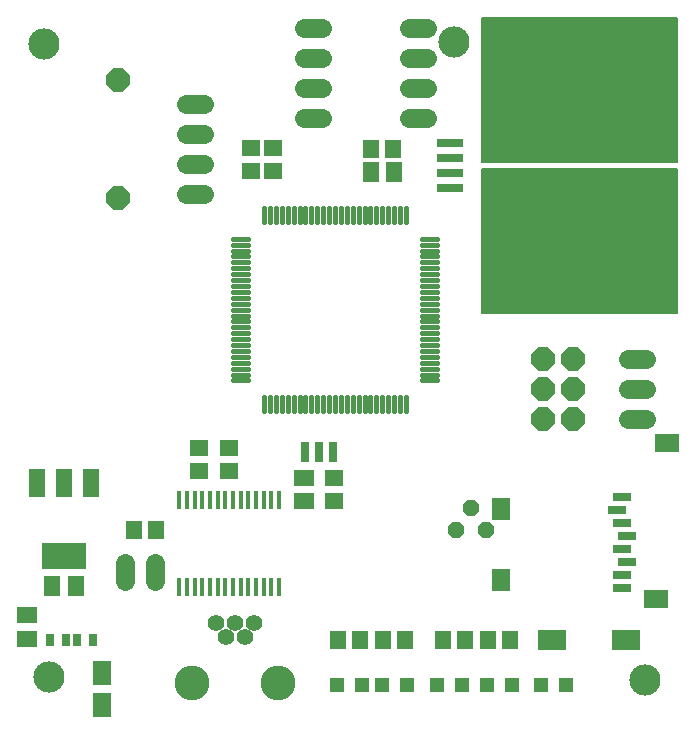
<source format=gts>
G75*
%MOIN*%
%OFA0B0*%
%FSLAX24Y24*%
%IPPOS*%
%LPD*%
%AMOC8*
5,1,8,0,0,1.08239X$1,22.5*
%
%ADD10C,0.0050*%
%ADD11C,0.1040*%
%ADD12R,0.0670X0.0552*%
%ADD13R,0.0552X0.0631*%
%ADD14R,0.0552X0.0670*%
%ADD15C,0.0158*%
%ADD16R,0.0512X0.0512*%
%ADD17OC8,0.0800*%
%ADD18OC8,0.0780*%
%ADD19R,0.0177X0.0590*%
%ADD20R,0.0631X0.0552*%
%ADD21R,0.0520X0.0920*%
%ADD22R,0.1457X0.0906*%
%ADD23OC8,0.0560*%
%ADD24C,0.0640*%
%ADD25R,0.0316X0.0709*%
%ADD26C,0.3583*%
%ADD27R,0.0946X0.0670*%
%ADD28R,0.0910X0.0280*%
%ADD29R,0.0316X0.0394*%
%ADD30C,0.0555*%
%ADD31C,0.1162*%
%ADD32R,0.0788X0.0591*%
%ADD33R,0.0591X0.0749*%
%ADD34R,0.0631X0.0316*%
%ADD35R,0.0631X0.0808*%
D10*
X021275Y019386D02*
X021275Y024189D01*
X027749Y024189D01*
X027749Y019386D01*
X021275Y019386D01*
X021275Y019420D02*
X027749Y019420D01*
X027749Y019468D02*
X021275Y019468D01*
X021275Y019517D02*
X027749Y019517D01*
X027749Y019565D02*
X021275Y019565D01*
X021275Y019614D02*
X027749Y019614D01*
X027749Y019662D02*
X021275Y019662D01*
X021275Y019711D02*
X027749Y019711D01*
X027749Y019759D02*
X021275Y019759D01*
X021275Y019808D02*
X027749Y019808D01*
X027749Y019856D02*
X021275Y019856D01*
X021275Y019905D02*
X027749Y019905D01*
X027749Y019953D02*
X021275Y019953D01*
X021275Y020002D02*
X027749Y020002D01*
X027749Y020050D02*
X021275Y020050D01*
X021275Y020099D02*
X027749Y020099D01*
X027749Y020147D02*
X021275Y020147D01*
X021275Y020196D02*
X027749Y020196D01*
X027749Y020244D02*
X021275Y020244D01*
X021275Y020293D02*
X027749Y020293D01*
X027749Y020341D02*
X021275Y020341D01*
X021275Y020390D02*
X027749Y020390D01*
X027749Y020438D02*
X021275Y020438D01*
X021275Y020487D02*
X027749Y020487D01*
X027749Y020535D02*
X021275Y020535D01*
X021275Y020584D02*
X027749Y020584D01*
X027749Y020632D02*
X021275Y020632D01*
X021275Y020681D02*
X027749Y020681D01*
X027749Y020729D02*
X021275Y020729D01*
X021275Y020778D02*
X027749Y020778D01*
X027749Y020826D02*
X021275Y020826D01*
X021275Y020875D02*
X027749Y020875D01*
X027749Y020923D02*
X021275Y020923D01*
X021275Y020972D02*
X027749Y020972D01*
X027749Y021020D02*
X021275Y021020D01*
X021275Y021069D02*
X027749Y021069D01*
X027749Y021117D02*
X021275Y021117D01*
X021275Y021166D02*
X027749Y021166D01*
X027749Y021214D02*
X021275Y021214D01*
X021275Y021263D02*
X027749Y021263D01*
X027749Y021311D02*
X021275Y021311D01*
X021275Y021360D02*
X027749Y021360D01*
X027749Y021408D02*
X021275Y021408D01*
X021275Y021457D02*
X027749Y021457D01*
X027749Y021505D02*
X021275Y021505D01*
X021275Y021554D02*
X027749Y021554D01*
X027749Y021602D02*
X021275Y021602D01*
X021275Y021651D02*
X027749Y021651D01*
X027749Y021699D02*
X021275Y021699D01*
X021275Y021748D02*
X027749Y021748D01*
X027749Y021796D02*
X021275Y021796D01*
X021275Y021845D02*
X027749Y021845D01*
X027749Y021893D02*
X021275Y021893D01*
X021275Y021942D02*
X027749Y021942D01*
X027749Y021990D02*
X021275Y021990D01*
X021275Y022039D02*
X027749Y022039D01*
X027749Y022087D02*
X021275Y022087D01*
X021275Y022136D02*
X027749Y022136D01*
X027749Y022184D02*
X021275Y022184D01*
X021275Y022233D02*
X027749Y022233D01*
X027749Y022281D02*
X021275Y022281D01*
X021275Y022330D02*
X027749Y022330D01*
X027749Y022378D02*
X021275Y022378D01*
X021275Y022427D02*
X027749Y022427D01*
X027749Y022475D02*
X021275Y022475D01*
X021275Y022524D02*
X027749Y022524D01*
X027749Y022572D02*
X021275Y022572D01*
X021275Y022621D02*
X027749Y022621D01*
X027749Y022669D02*
X021275Y022669D01*
X021275Y022718D02*
X027749Y022718D01*
X027749Y022766D02*
X021275Y022766D01*
X021275Y022815D02*
X027749Y022815D01*
X027749Y022863D02*
X021275Y022863D01*
X021275Y022912D02*
X027749Y022912D01*
X027749Y022960D02*
X021275Y022960D01*
X021275Y023009D02*
X027749Y023009D01*
X027749Y023057D02*
X021275Y023057D01*
X021275Y023106D02*
X027749Y023106D01*
X027749Y023154D02*
X021275Y023154D01*
X021275Y023203D02*
X027749Y023203D01*
X027749Y023251D02*
X021275Y023251D01*
X021275Y023300D02*
X027749Y023300D01*
X027749Y023348D02*
X021275Y023348D01*
X021275Y023397D02*
X027749Y023397D01*
X027749Y023445D02*
X021275Y023445D01*
X021275Y023494D02*
X027749Y023494D01*
X027749Y023542D02*
X021275Y023542D01*
X021275Y023591D02*
X027749Y023591D01*
X027749Y023639D02*
X021275Y023639D01*
X021275Y023688D02*
X027749Y023688D01*
X027749Y023736D02*
X021275Y023736D01*
X021275Y023785D02*
X027749Y023785D01*
X027749Y023833D02*
X021275Y023833D01*
X021275Y023882D02*
X027749Y023882D01*
X027749Y023930D02*
X021275Y023930D01*
X021275Y023979D02*
X027749Y023979D01*
X027749Y024027D02*
X021275Y024027D01*
X021275Y024076D02*
X027749Y024076D01*
X027749Y024124D02*
X021275Y024124D01*
X021275Y024173D02*
X027749Y024173D01*
X027749Y024425D02*
X021275Y024425D01*
X021275Y029228D01*
X027749Y029228D01*
X027749Y024425D01*
X027749Y024464D02*
X021275Y024464D01*
X021275Y024512D02*
X027749Y024512D01*
X027749Y024561D02*
X021275Y024561D01*
X021275Y024609D02*
X027749Y024609D01*
X027749Y024658D02*
X021275Y024658D01*
X021275Y024706D02*
X027749Y024706D01*
X027749Y024755D02*
X021275Y024755D01*
X021275Y024803D02*
X027749Y024803D01*
X027749Y024852D02*
X021275Y024852D01*
X021275Y024900D02*
X027749Y024900D01*
X027749Y024949D02*
X021275Y024949D01*
X021275Y024997D02*
X027749Y024997D01*
X027749Y025046D02*
X021275Y025046D01*
X021275Y025094D02*
X027749Y025094D01*
X027749Y025143D02*
X021275Y025143D01*
X021275Y025191D02*
X027749Y025191D01*
X027749Y025240D02*
X021275Y025240D01*
X021275Y025288D02*
X027749Y025288D01*
X027749Y025337D02*
X021275Y025337D01*
X021275Y025385D02*
X027749Y025385D01*
X027749Y025434D02*
X021275Y025434D01*
X021275Y025482D02*
X027749Y025482D01*
X027749Y025531D02*
X021275Y025531D01*
X021275Y025579D02*
X027749Y025579D01*
X027749Y025628D02*
X021275Y025628D01*
X021275Y025676D02*
X027749Y025676D01*
X027749Y025725D02*
X021275Y025725D01*
X021275Y025773D02*
X027749Y025773D01*
X027749Y025822D02*
X021275Y025822D01*
X021275Y025870D02*
X027749Y025870D01*
X027749Y025919D02*
X021275Y025919D01*
X021275Y025967D02*
X027749Y025967D01*
X027749Y026016D02*
X021275Y026016D01*
X021275Y026064D02*
X027749Y026064D01*
X027749Y026113D02*
X021275Y026113D01*
X021275Y026161D02*
X027749Y026161D01*
X027749Y026210D02*
X021275Y026210D01*
X021275Y026258D02*
X027749Y026258D01*
X027749Y026307D02*
X021275Y026307D01*
X021275Y026355D02*
X027749Y026355D01*
X027749Y026404D02*
X021275Y026404D01*
X021275Y026452D02*
X027749Y026452D01*
X027749Y026501D02*
X021275Y026501D01*
X021275Y026549D02*
X027749Y026549D01*
X027749Y026598D02*
X021275Y026598D01*
X021275Y026646D02*
X027749Y026646D01*
X027749Y026695D02*
X021275Y026695D01*
X021275Y026743D02*
X027749Y026743D01*
X027749Y026792D02*
X021275Y026792D01*
X021275Y026840D02*
X027749Y026840D01*
X027749Y026889D02*
X021275Y026889D01*
X021275Y026937D02*
X027749Y026937D01*
X027749Y026986D02*
X021275Y026986D01*
X021275Y027034D02*
X027749Y027034D01*
X027749Y027083D02*
X021275Y027083D01*
X021275Y027131D02*
X027749Y027131D01*
X027749Y027180D02*
X021275Y027180D01*
X021275Y027228D02*
X027749Y027228D01*
X027749Y027277D02*
X021275Y027277D01*
X021275Y027325D02*
X027749Y027325D01*
X027749Y027374D02*
X021275Y027374D01*
X021275Y027422D02*
X027749Y027422D01*
X027749Y027471D02*
X021275Y027471D01*
X021275Y027519D02*
X027749Y027519D01*
X027749Y027568D02*
X021275Y027568D01*
X021275Y027616D02*
X027749Y027616D01*
X027749Y027665D02*
X021275Y027665D01*
X021275Y027713D02*
X027749Y027713D01*
X027749Y027762D02*
X021275Y027762D01*
X021275Y027810D02*
X027749Y027810D01*
X027749Y027859D02*
X021275Y027859D01*
X021275Y027907D02*
X027749Y027907D01*
X027749Y027956D02*
X021275Y027956D01*
X021275Y028004D02*
X027749Y028004D01*
X027749Y028053D02*
X021275Y028053D01*
X021275Y028101D02*
X027749Y028101D01*
X027749Y028150D02*
X021275Y028150D01*
X021275Y028198D02*
X027749Y028198D01*
X027749Y028247D02*
X021275Y028247D01*
X021275Y028295D02*
X027749Y028295D01*
X027749Y028344D02*
X021275Y028344D01*
X021275Y028392D02*
X027749Y028392D01*
X027749Y028441D02*
X021275Y028441D01*
X021275Y028489D02*
X027749Y028489D01*
X027749Y028538D02*
X021275Y028538D01*
X021275Y028586D02*
X027749Y028586D01*
X027749Y028635D02*
X021275Y028635D01*
X021275Y028683D02*
X027749Y028683D01*
X027749Y028732D02*
X021275Y028732D01*
X021275Y028780D02*
X027749Y028780D01*
X027749Y028829D02*
X021275Y028829D01*
X021275Y028877D02*
X027749Y028877D01*
X027749Y028926D02*
X021275Y028926D01*
X021275Y028974D02*
X027749Y028974D01*
X027749Y029023D02*
X021275Y029023D01*
X021275Y029071D02*
X027749Y029071D01*
X027749Y029120D02*
X021275Y029120D01*
X021275Y029168D02*
X027749Y029168D01*
X027749Y029217D02*
X021275Y029217D01*
D11*
X006833Y007250D03*
X026683Y007150D03*
X006647Y028350D03*
X020312Y028417D03*
D12*
X015333Y013894D03*
X015333Y013106D03*
X006081Y009315D03*
X006081Y008528D03*
D13*
X009659Y012150D03*
X010407Y012150D03*
X016459Y008500D03*
X017207Y008500D03*
X017959Y008500D03*
X018707Y008500D03*
X019959Y008500D03*
X020707Y008500D03*
X021459Y008500D03*
X022207Y008500D03*
X018294Y024870D03*
X017546Y024870D03*
D14*
X017550Y024083D03*
X018337Y024083D03*
X007723Y010287D03*
X006936Y010287D03*
D15*
X013999Y016114D02*
X013999Y016586D01*
X014196Y016586D02*
X014196Y016114D01*
X014392Y016114D02*
X014392Y016586D01*
X014589Y016586D02*
X014589Y016114D01*
X014786Y016114D02*
X014786Y016586D01*
X014983Y016586D02*
X014983Y016114D01*
X015180Y016114D02*
X015180Y016586D01*
X015377Y016586D02*
X015377Y016114D01*
X015573Y016114D02*
X015573Y016586D01*
X015770Y016586D02*
X015770Y016114D01*
X015967Y016114D02*
X015967Y016586D01*
X016164Y016586D02*
X016164Y016114D01*
X016361Y016114D02*
X016361Y016586D01*
X016558Y016586D02*
X016558Y016114D01*
X016755Y016114D02*
X016755Y016586D01*
X016951Y016586D02*
X016951Y016114D01*
X017148Y016114D02*
X017148Y016586D01*
X017345Y016586D02*
X017345Y016114D01*
X017542Y016114D02*
X017542Y016586D01*
X017739Y016586D02*
X017739Y016114D01*
X017936Y016114D02*
X017936Y016586D01*
X018133Y016586D02*
X018133Y016114D01*
X018329Y016114D02*
X018329Y016586D01*
X018526Y016586D02*
X018526Y016114D01*
X018723Y016114D02*
X018723Y016586D01*
X019274Y017138D02*
X019746Y017138D01*
X019746Y017335D02*
X019274Y017335D01*
X019274Y017531D02*
X019746Y017531D01*
X019746Y017728D02*
X019274Y017728D01*
X019274Y017925D02*
X019746Y017925D01*
X019746Y018122D02*
X019274Y018122D01*
X019274Y018319D02*
X019746Y018319D01*
X019746Y018516D02*
X019274Y018516D01*
X019274Y018713D02*
X019746Y018713D01*
X019746Y018909D02*
X019274Y018909D01*
X019274Y019106D02*
X019746Y019106D01*
X019746Y019303D02*
X019274Y019303D01*
X019274Y019500D02*
X019746Y019500D01*
X019746Y019697D02*
X019274Y019697D01*
X019274Y019894D02*
X019746Y019894D01*
X019746Y020091D02*
X019274Y020091D01*
X019274Y020287D02*
X019746Y020287D01*
X019746Y020484D02*
X019274Y020484D01*
X019274Y020681D02*
X019746Y020681D01*
X019746Y020878D02*
X019274Y020878D01*
X019274Y021075D02*
X019746Y021075D01*
X019746Y021272D02*
X019274Y021272D01*
X019274Y021469D02*
X019746Y021469D01*
X019746Y021665D02*
X019274Y021665D01*
X019274Y021862D02*
X019746Y021862D01*
X018723Y022414D02*
X018723Y022886D01*
X018526Y022886D02*
X018526Y022414D01*
X018329Y022414D02*
X018329Y022886D01*
X018133Y022886D02*
X018133Y022414D01*
X017936Y022414D02*
X017936Y022886D01*
X017739Y022886D02*
X017739Y022414D01*
X017542Y022414D02*
X017542Y022886D01*
X017345Y022886D02*
X017345Y022414D01*
X017148Y022414D02*
X017148Y022886D01*
X016951Y022886D02*
X016951Y022414D01*
X016755Y022414D02*
X016755Y022886D01*
X016558Y022886D02*
X016558Y022414D01*
X016361Y022414D02*
X016361Y022886D01*
X016164Y022886D02*
X016164Y022414D01*
X015967Y022414D02*
X015967Y022886D01*
X015770Y022886D02*
X015770Y022414D01*
X015573Y022414D02*
X015573Y022886D01*
X015377Y022886D02*
X015377Y022414D01*
X015180Y022414D02*
X015180Y022886D01*
X014983Y022886D02*
X014983Y022414D01*
X014786Y022414D02*
X014786Y022886D01*
X014589Y022886D02*
X014589Y022414D01*
X014392Y022414D02*
X014392Y022886D01*
X014196Y022886D02*
X014196Y022414D01*
X013999Y022414D02*
X013999Y022886D01*
X013447Y021862D02*
X012975Y021862D01*
X012975Y021665D02*
X013447Y021665D01*
X013447Y021469D02*
X012975Y021469D01*
X012975Y021272D02*
X013447Y021272D01*
X013447Y021075D02*
X012975Y021075D01*
X012975Y020878D02*
X013447Y020878D01*
X013447Y020681D02*
X012975Y020681D01*
X012975Y020484D02*
X013447Y020484D01*
X013447Y020287D02*
X012975Y020287D01*
X012975Y020091D02*
X013447Y020091D01*
X013447Y019894D02*
X012975Y019894D01*
X012975Y019697D02*
X013447Y019697D01*
X013447Y019500D02*
X012975Y019500D01*
X012975Y019303D02*
X013447Y019303D01*
X013447Y019106D02*
X012975Y019106D01*
X012975Y018909D02*
X013447Y018909D01*
X013447Y018713D02*
X012975Y018713D01*
X012975Y018516D02*
X013447Y018516D01*
X013447Y018319D02*
X012975Y018319D01*
X012975Y018122D02*
X013447Y018122D01*
X013447Y017925D02*
X012975Y017925D01*
X012975Y017728D02*
X013447Y017728D01*
X013447Y017531D02*
X012975Y017531D01*
X012975Y017335D02*
X013447Y017335D01*
X013447Y017138D02*
X012975Y017138D01*
D16*
X016420Y007000D03*
X017247Y007000D03*
X017920Y007000D03*
X018747Y007000D03*
X019770Y007000D03*
X020597Y007000D03*
X021420Y007000D03*
X022247Y007000D03*
X023220Y007000D03*
X024047Y007000D03*
D17*
X009133Y023223D03*
X009133Y027160D03*
D18*
X023283Y017850D03*
X024283Y017850D03*
X024283Y016850D03*
X023283Y016850D03*
X023283Y015850D03*
X024283Y015850D03*
D19*
X014497Y013139D03*
X014241Y013139D03*
X013985Y013139D03*
X013729Y013139D03*
X013473Y013139D03*
X013217Y013139D03*
X012961Y013139D03*
X012705Y013139D03*
X012449Y013139D03*
X012194Y013139D03*
X011938Y013139D03*
X011682Y013139D03*
X011426Y013139D03*
X011170Y013139D03*
X011170Y010261D03*
X011426Y010261D03*
X011682Y010261D03*
X011938Y010261D03*
X012194Y010261D03*
X012449Y010261D03*
X012705Y010261D03*
X012961Y010261D03*
X013217Y010261D03*
X013473Y010261D03*
X013729Y010261D03*
X013985Y010261D03*
X014241Y010261D03*
X014497Y010261D03*
D20*
X016333Y013126D03*
X016333Y013874D03*
X012833Y014126D03*
X011833Y014126D03*
X011833Y014874D03*
X012833Y014874D03*
X013552Y024126D03*
X014295Y024126D03*
X014295Y024874D03*
X013552Y024874D03*
D21*
X008243Y013720D03*
X007333Y013720D03*
X006423Y013720D03*
D22*
X007333Y011280D03*
D23*
X020383Y012150D03*
X020883Y012900D03*
X021383Y012150D03*
D24*
X026133Y015850D02*
X026733Y015850D01*
X026733Y016850D02*
X026133Y016850D01*
X026133Y017850D02*
X026733Y017850D01*
X019433Y025900D02*
X018833Y025900D01*
X018833Y026900D02*
X019433Y026900D01*
X019433Y027900D02*
X018833Y027900D01*
X018833Y028900D02*
X019433Y028900D01*
X015933Y028900D02*
X015333Y028900D01*
X015333Y027900D02*
X015933Y027900D01*
X015933Y026900D02*
X015333Y026900D01*
X015333Y025900D02*
X015933Y025900D01*
X011983Y026350D02*
X011383Y026350D01*
X011383Y025350D02*
X011983Y025350D01*
X011983Y024350D02*
X011383Y024350D01*
X011383Y023350D02*
X011983Y023350D01*
X010367Y011071D02*
X010367Y010471D01*
X009367Y010471D02*
X009367Y011071D01*
D25*
X015361Y014750D03*
X015833Y014750D03*
X016306Y014750D03*
D26*
X024231Y021354D03*
X024231Y027260D03*
D27*
X023593Y008500D03*
X026073Y008500D03*
D28*
X022257Y023553D03*
X022257Y024053D03*
X022257Y024553D03*
X022257Y025053D03*
X020197Y025053D03*
X020197Y024553D03*
X020197Y024053D03*
X020197Y023553D03*
D29*
X008289Y008500D03*
X007777Y008500D03*
X007389Y008500D03*
X006877Y008500D03*
D30*
X012403Y009058D03*
X012718Y008585D03*
X013033Y009058D03*
X013348Y008585D03*
X013663Y009058D03*
D31*
X014470Y007050D03*
X011596Y007050D03*
D32*
X027064Y009857D03*
X027418Y015054D03*
D33*
X021907Y012850D03*
X021907Y010487D03*
D34*
X025922Y010645D03*
X025922Y010212D03*
X026080Y011078D03*
X025922Y011511D03*
X026080Y011944D03*
X025922Y012377D03*
X025765Y012810D03*
X025922Y013243D03*
D35*
X008583Y007391D03*
X008583Y006309D03*
M02*

</source>
